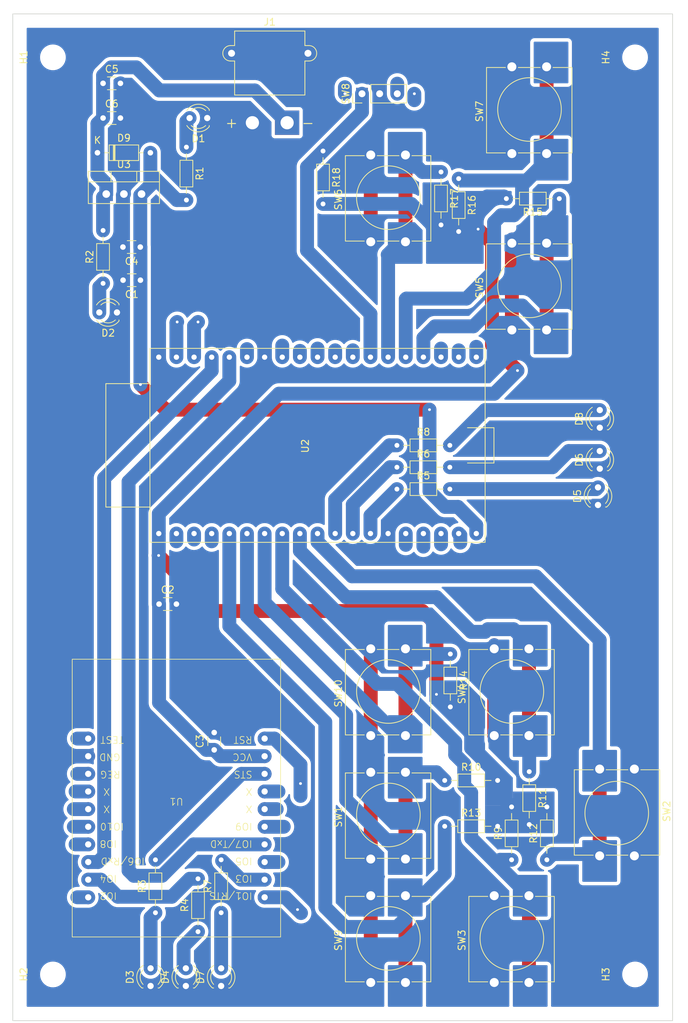
<source format=kicad_pcb>
(kicad_pcb (version 20221018) (generator pcbnew)
  (layers (0 "F.Cu" signal) (31 "B.Cu" signal) (34 "B.Paste" user) (35 "F.Paste" user) (36 "B.SilkS" user "B.Silkscreen") (37 "F.SilkS" user "F.Silkscreen") (38 "B.Mask" user) (39 "F.Mask" user) (44 "Edge.Cuts" user))
  (net 0 "")
  (net 1 "+3.3V")
  (net 2 "GND")
  (net 3 "+5V")
  (net 4 "+BATT")
  (net 5 "Net-(D1-A)")
  (net 6 "Net-(D2-A)")
  (net 7 "Net-(D3-A)")
  (net 8 "Net-(D4-A)")
  (net 9 "Net-(D5-A)")
  (net 10 "Net-(D6-A)")
  (net 11 "Net-(D7-A)")
  (net 12 "sw1")
  (net 13 "sw2")
  (net 14 "sw3")
  (net 15 "sw4")
  (net 16 "sw5")
  (net 17 "sw6")
  (net 18 "sw7")
  (net 19 "sw8")
  (net 20 "sw9")
  (net 21 "LED1")
  (net 22 "LED2")
  (net 23 "LED3")
  (net 24 "STATUS")
  (net 25 "SLEEP")
  (net 26 "XMIT")
  (net 27 "unconnected-(U2-MTCK{slash}GPIO13{slash}13-Pad15)")
  (net 28 "unconnected-(U2-SHD{slash}SD3{slash}SD_DATA_3{slash}D3-Pad17)")
  (net 29 "unconnected-(U2-SHD{slash}SD2{slash}SD_DATA_2{slash}D2-Pad16)")
  (net 30 "unconnected-(U2-SENSOR_VN{slash}VN-Pad4)")
  (net 31 "unconnected-(U2-EN-Pad2)")
  (net 32 "unconnected-(U2-SENSOR_VP{slash}VP-Pad3)")
  (net 33 "unconnected-(U2-SCS{slash}CMD{slash}CD_CMD-Pad18)")
  (net 34 "unconnected-(U2-16{slash}GPIO16-Pad27)")
  (net 35 "IM920TX")
  (net 36 "BUSY")
  (net 37 "unconnected-(U2-21{slash}GPIO21-Pad33)")
  (net 38 "unconnected-(U2-19{slash}GPIO19-Pad31)")
  (net 39 "unconnected-(U2-18{slash}GPIO18-Pad30)")
  (net 40 "IM920RX")
  (net 41 "unconnected-(U2-17{slash}GPIO17-Pad28)")
  (net 42 "unconnected-(U2-5{slash}GPIO5-Pad29)")
  (net 43 "unconnected-(U2-SD_DATA_0{slash}SDI{slash}SD1-Pad21)")
  (net 44 "unconnected-(U2-SD_SATA_1{slash}SDO{slash}SD0-Pad22)")
  (net 45 "RESET")
  (net 46 "unconnected-(U2-CD_CLK{slash}SDK{slash}SLK-Pad20)")
  (net 47 "REG")
  (net 48 "Net-(D8-A)")
  (net 49 "unconnected-(SW8-S-Pad3)")
  (net 50 "unconnected-(U1-IO2-Pad2)")
  (net 51 "unconnected-(U1-IO5-Pad5)")
  (net 52 "unconnected-(U1-IO8-Pad8)")
  (net 53 "unconnected-(U1-IO9-Pad9)")
  (net 54 "unconnected-(U1-IO10-Pad10)")
  (net 55 "unconnected-(U1-NC-Pad11)")
  (net 56 "unconnected-(U1-NC-Pad12)")
  (net 57 "unconnected-(U1-NC-Pad13)")
  (net 58 "unconnected-(U1-NC-Pad14)")
  (net 59 "unconnected-(U1-TEST-Pad20)")
  (net 60 "sw10")
  (footprint "Resistor_THT:R_Axial_DIN0204_L3.6mm_D1.6mm_P7.62mm_Horizontal" (layer "F.Cu") (at 165.57 139.1)
    (fp_text reference "R13")
    (fp_text value "10k")
  )
  (footprint "ESP32_fot:ESP32" (layer "F.Cu") (at 147.26 84.24 90)
    (fp_text reference "U2")
    (fp_text value "ESP32")
  )
  (footprint "MountingHole:MountingHole_3.2mm_M3" (layer "F.Cu") (at 109.16 160.44 90)
    (fp_text reference "H2")
    (fp_text value "MountingHole")
  )
  (footprint "Button_Switch_THT:SW_PUSH-12mm" (layer "F.Cu") (at 192.88 130.86 -90)
    (fp_text reference "SW2")
    (fp_text value "SW_DIP_x01")
  )
  (footprint "Resistor_THT:R_Axial_DIN0204_L3.6mm_D1.6mm_P7.62mm_Horizontal" (layer "F.Cu") (at 166.38 114.29 -90)
    (fp_text reference "R14")
    (fp_text value "10k")
  )
  (footprint "Resistor_THT:R_Axial_DIN0204_L3.6mm_D1.6mm_P7.62mm_Horizontal" (layer "F.Cu") (at 158.69 84.24)
    (fp_text reference "R8")
    (fp_text value "1k")
  )
  (footprint "Button_Switch_THT:SW_PUSH-12mm" (layer "F.Cu") (at 154.92 54.92 90)
    (fp_text reference "SW6")
    (fp_text value "SW_DIP_x01")
  )
  (footprint "LED_THT:LED_D3.0mm" (layer "F.Cu") (at 123.22 162.1 90)
    (fp_text reference "D3")
    (fp_text value "LED")
  )
  (footprint "Capacitor_THT:C_Disc_D3.0mm_W1.6mm_P2.50mm" (layer "F.Cu") (at 116.38 37.1)
    (fp_text reference "C6")
    (fp_text value "0.1μ")
  )
  (footprint "MountingHole:MountingHole_3.2mm_M3" (layer "F.Cu") (at 192.98 160.44 90)
    (fp_text reference "H3")
    (fp_text value "MountingHole")
  )
  (footprint "Capacitor_THT:C_Disc_D3.0mm_W1.6mm_P2.50mm" (layer "F.Cu") (at 121.759749 60.450595 180)
    (fp_text reference "C1")
    (fp_text value "0.1μ")
  )
  (footprint "Resistor_THT:R_Axial_DIN0204_L3.6mm_D1.6mm_P7.62mm_Horizontal" (layer "F.Cu") (at 116.38 60.91 90)
    (fp_text reference "R2")
    (fp_text value "R")
  )
  (footprint "Resistor_THT:R_Axial_DIN0204_L3.6mm_D1.6mm_P7.62mm_Horizontal" (layer "F.Cu") (at 158.69 87.39)
    (fp_text reference "R6")
    (fp_text value "1k")
  )
  (footprint "MountingHole:MountingHole_3.2mm_M3" (layer "F.Cu") (at 109.16 28.36 90)
    (fp_text reference "H1")
    (fp_text value "MountingHole")
  )
  (footprint "Package_TO_SOT_THT:TO-220-3_Vertical" (layer "F.Cu") (at 116.84 48.045)
    (fp_text reference "U3")
    (fp_text value "LM7805_TO220")
  )
  (footprint "Diode_THT:D_DO-35_SOD27_P7.62mm_Horizontal" (layer "F.Cu") (at 115.57 42.1)
    (fp_text reference "D9")
    (fp_text value "D")
  )
  (footprint "Button_Switch_THT:SW_PUSH-12mm" (layer "F.Cu") (at 175.24 67.62 90)
    (fp_text reference "SW5")
    (fp_text value "SW_DIP_x01")
  )
  (footprint "LED_THT:LED_D3.0mm" (layer "F.Cu") (at 133.38 162.1 90)
    (fp_text reference "D7")
    (fp_text value "LED")
  )
  (footprint "Resistor_THT:R_Axial_DIN0204_L3.6mm_D1.6mm_P7.62mm_Horizontal" (layer "F.Cu") (at 165.04 44.87 -90)
    (fp_text reference "R17")
    (fp_text value "10k")
  )
  (footprint "Resistor_THT:R_Axial_DIN0204_L3.6mm_D1.6mm_P7.62mm_Horizontal" (layer "F.Cu") (at 165.57 132.5)
    (fp_text reference "R10")
    (fp_text value "10k")
  )
  (footprint "Capacitor_THT:C_Disc_D3.0mm_W1.6mm_P2.50mm" (layer "F.Cu") (at 124.44 107.1)
    (fp_text reference "C2")
    (fp_text value "0.1μ")
  )
  (footprint "Resistor_THT:R_Axial_DIN0204_L3.6mm_D1.6mm_P7.62mm_Horizontal" (layer "F.Cu") (at 158.69 90.54)
    (fp_text reference "R5")
    (fp_text value "1k")
  )
  (footprint "Resistor_THT:R_Axial_DIN0204_L3.6mm_D1.6mm_P7.62mm_Horizontal" (layer "F.Cu") (at 130.05 154.28 90)
    (fp_text reference "R4")
    (fp_text value "R")
  )
  (footprint "LED_THT:LED_D3.0mm" (layer "F.Cu") (at 187.64 92.83 90)
    (fp_text reference "D5")
    (fp_text value "LED")
  )
  (footprint "Capacitor_THT:C_Disc_D3.0mm_W1.6mm_P2.50mm" (layer "F.Cu") (at 116.38 32.1)
    (fp_text reference "C5")
    (fp_text value "10μ")
  )
  (footprint "Button_Switch_THT:SW_PUSH-12mm" (layer "F.Cu") (at 154.92 126.04 90)
    (fp_text reference "SW10")
    (fp_text value "SW_DIP_x01")
  )
  (footprint "Resistor_THT:R_Axial_DIN0204_L3.6mm_D1.6mm_P7.62mm_Horizontal" (layer "F.Cu") (at 167.58 45.826 -90)
    (fp_text reference "R16")
    (fp_text value "10k")
  )
  (footprint "Capacitor_THT:C_Disc_D3.0mm_W1.6mm_P2.50mm" (layer "F.Cu") (at 121.74 55.68 180)
    (fp_text reference "C4")
    (fp_text value "10μ")
  )
  (footprint "Button_Switch_THT:SW_PUSH-12mm" (layer "F.Cu") (at 175.24 42.22 90)
    (fp_text reference "SW7")
    (fp_text value "SW_DIP_x01")
  )
  (footprint "LED_THT:LED_D3.0mm" (layer "F.Cu") (at 187.9 81.7 90)
    (fp_text reference "D8")
    (fp_text value "LED")
  )
  (footprint "Button_Switch_THT:SW_PUSH-12mm" (layer "F.Cu") (at 172.7 161.6 90)
    (fp_text reference "SW3")
    (fp_text value "SW_DIP_x01")
  )
  (footprint "Capacitor_THT:C_Disc_D3.0mm_W1.6mm_P2.50mm" (layer "F.Cu") (at 132.38 128.1 90)
    (fp_text reference "C3")
    (fp_text value "10μ")
  )
  (footprint "Button_Switch_THT:SW_PUSH-12mm" (layer "F.Cu") (at 172.7 126.04 90)
    (fp_text reference "SW4")
    (fp_text value "SW_DIP_x01")
  )
  (footprint "LED_THT:LED_D3.0mm" (layer "F.Cu") (at 128.3 162.1 90)
    (fp_text reference "D4")
    (fp_text value "LED")
  )
  (footprint "Resistor_THT:R_Axial_DIN0204_L3.6mm_D1.6mm_P7.62mm_Horizontal" (layer "F.Cu") (at 182.065723 48.707958 180)
    (fp_text reference "R15")
    (fp_text value "10k")
  )
  (footprint "Button_Switch_THT:SW_PUSH-12mm" (layer "F.Cu") (at 154.92 161.6 90)
    (fp_text reference "SW9")
    (fp_text value "SW_DIP_x01")
  )
  (footprint "Resistor_THT:R_Axial_DIN0204_L3.6mm_D1.6mm_P7.62mm_Horizontal" (layer "F.Cu") (at 133.38 151.55 90)
    (fp_text reference "R7")
    (fp_text value "R")
  )
  (footprint "LED_THT:LED_D3.0mm" (layer "F.Cu") (at 187.9 87.6 90)
    (fp_text reference "D6")
    (fp_text value "LED")
  )
  (footprint "Resistor_THT:R_Axial_DIN0204_L3.6mm_D1.6mm_P7.62mm_Horizontal" (layer "F.Cu") (at 128.38 41.29 -90)
    (fp_text reference "R1")
    (fp_text value "R")
  )
  (footprint "MountingHole:MountingHole_3.2mm_M3" (layer "F.Cu") (at 192.98 28.36 90)
    (fp_text reference "H4")
    (fp_text value "MountingHole")
  )
  (footprint "Resistor_THT:R_Axial_DIN0204_L3.6mm_D1.6mm_P7.62mm_Horizontal" (layer "F.Cu") (at 175.2 143.93 90)
    (fp_text reference "R9")
    (fp_text value "10k")
  )
  (footprint "interplan:IM920c-ADP_1" (layer "F.Cu") (at 126.94 135.04 180)
    (fp_text reference "U1")
    (fp_text value "IM920sL")
  )
  (footprint "LED_THT:LED_D3.0mm" (layer "F.Cu") (at 131.38 37.1 180)
    (fp_text reference "D1")
    (fp_text value "LED")
  )
  (footprint "Connector_PinHeader_2.54mm:PinHeader_1x03_P2.54mm_Vertical" (layer "F.Cu") (at 153.66 33.6 90)
    (fp_text reference "SW8")
    (fp_text value "TOGGLE")
  )
  (footprint "Resistor_THT:R_Axial_DIN0204_L3.6mm_D1.6mm_P7.62mm_Horizontal" (layer "F.Cu") (at 177.74 131.23 -90)
    (fp_text reference "R11")
    (fp_text value "10k")
  )
  (footprint "Resistor_THT:R_Axial_DIN0204_L3.6mm_D1.6mm_P7.62mm_Horizontal" (layer "F.Cu") (at 148.05 41.85 -90)
    (fp_text reference "R18")
    (fp_text value "10k")
  )
  (footprint "LED_THT:LED_D3.0mm" (layer "F.Cu") (at 118.38 65.1 180)
    (fp_text reference "D2")
    (fp_text value "LED")
  )
  (footprint "Connector_AMASS:AMASS_XT30PW-M_1x02_P2.50mm_Horizontal" (layer "F.Cu") (at 142.88 37.775)
    (fp_text reference "J1")
    (fp_text value "Conn_01x02")
  )
  (footprint "Button_Switch_THT:SW_PUSH-12mm" (layer "F.Cu") (at 154.92 143.82 90)
    (fp_text reference "SW1")
    (fp_text value "SW_DIP_x01")
  )
  (footprint "Resistor_THT:R_Axial_DIN0204_L3.6mm_D1.6mm_P7.62mm_Horizontal" (layer "F.Cu") (at 180.28 143.93 90)
    (fp_text reference "R12")
    (fp_text value "10k")
  )
  (footprint "Resistor_THT:R_Axial_DIN0204_L3.6mm_D1.6mm_P7.62mm_Horizontal" (layer "F.Cu") (at 123.92 151.55 90)
    (fp_text reference "R3")
    (fp_text value "R")
  )
  (gr_rect (start 103.38 22.1) (end 198.38 167.1) (stroke (width 0.1)) (fill none) (layer "Edge.Cuts"))
  (via (at 151.2 33.6) (size 0.8) (drill 0.4) (layers "F.Cu" "B.Cu") (net 0))
  (via (at 161.2 33.6) (size 0.8) (drill 0.4) (layers "F.Cu" "B.Cu") (net 0))
  (segment (start 161.2 33.6) (end 161.2 34.532) (width 2) (layer "B.Cu") (net 0))
  (segment (start 151.2 33.6) (end 151.2 32.66) (width 2) (layer "B.Cu") (net 0))
  (segment (start 170.38 53.1) (end 172.38 55.1) (width 2) (layer "F.Cu") (net 1))
  (segment (start 176.05 73.47) (end 172.38 69.8) (width 2) (layer "F.Cu") (net 1))
  (segment (start 164.38 110.1) (end 164.38 120.1) (width 2) (layer "F.Cu") (net 1))
  (segment (start 162.38 108.1) (end 164.38 110.1) (width 2) (layer "F.Cu") (net 1))
  (segment (start 172.38 69.8) (end 172.38 55.1) (width 2) (layer "F.Cu") (net 1))
  (segment (start 132.38 108.1) (end 162.38 108.1) (width 2) (layer "F.Cu") (net 1))
  (segment (start 124.38 100.1) (end 132.38 108.1) (width 2) (layer "F.Cu") (net 1))
  (via (at 176.05 73.47) (size 0.8) (drill 0.4) (layers "F.Cu" "B.Cu") (net 1))
  (via (at 164.38 120.1) (size 0.8) (drill 0.4) (layers "F.Cu" "B.Cu") (net 1))
  (via (at 124.38 100.1) (size 0.8) (drill 0.4) (layers "F.Cu" "B.Cu") (net 1))
  (via (at 170.38 53.1) (size 0.8) (drill 0.4) (layers "F.Cu" "B.Cu") (net 1))
  (segment (start 171.67 48.4) (end 174.102042 48.4) (width 2) (layer "B.Cu") (net 1))
  (segment (start 180.28 136.31) (end 177.74 138.85) (width 2) (layer "B.Cu") (net 1))
  (segment (start 176.05 73.47) (end 172.72 76.8) (width 2) (layer "B.Cu") (net 1))
  (segment (start 165.04 53.76) (end 167.58 56.3) (width 2) (layer "B.Cu") (net 1))
  (segment (start 168.175 51.895) (end 171.67 48.4) (width 2) (layer "B.Cu") (net 1))
  (segment (start 160.75 49.47) (end 167.58 56.3) (width 2) (layer "B.Cu") (net 1))
  (segment (start 173.19 139.1) (end 173.19 138.32) (width 2) (layer "B.Cu") (net 1))
  (segment (start 124.4 100.12) (end 124.4 107.06) (width 2) (layer "B.Cu") (net 1))
  (segment (start 139.64 129.01) (end 133.29 129.01) (width 2) (layer "B.Cu") (net 1))
  (segment (start 131.24863 128.1) (end 124.44 121.29137) (width 2) (layer "B.Cu") (net 1))
  (segment (start 124.4 107.06) (end 124.44 107.1) (width 2) (layer "B.Cu") (net 1))
  (segment (start 167.58 52.49) (end 168.175 51.895) (width 2) (layer "B.Cu") (net 1))
  (segment (start 174.102042 48.4) (end 174.41 48.707958) (width 2) (layer "B.Cu") (net 1))
  (segment (start 173.19 131.657308) (end 169.38 127.847308) (width 2) (layer "B.Cu") (net 1))
  (segment (start 169.175 51.895) (end 168.175 51.895) (width 2) (layer "B.Cu") (net 1))
  (segment (start 124.44 121.29137) (end 124.44 107.1) (width 2) (layer "B.Cu") (net 1))
  (segment (start 169.38 127.847308) (end 169.38 124.91) (width 2) (layer "B.Cu") (net 1))
  (segment (start 172.72 76.8) (end 141.69 76.8) (width 2) (layer "B.Cu") (net 1))
  (segment (start 173.19 132.5) (end 173.19 131.657308) (width 2) (layer "B.Cu") (net 1))
  (segment (start 169.38 124.91) (end 166.38 121.91) (width 2) (layer "B.Cu") (net 1))
  (segment (start 167.58 56.3) (end 167.58 52.49) (width 2) (layer "B.Cu") (net 1))
  (segment (start 141.69 76.8) (end 124.4 94.09) (width 2) (layer "B.Cu") (net 1))
  (segment (start 148.05 49.47) (end 160.75 49.47) (width 2) (layer "B.Cu") (net 1))
  (segment (start 124.38 100.1) (end 124.4 100.12) (width 2) (layer "B.Cu") (net 1))
  (segment (start 133.29 129.01) (end 132.38 128.1) (width 2) (layer "B.Cu") (net 1))
  (segment (start 173.19 132.5) (end 173.19 134.3) (width 2) (layer "B.Cu") (net 1))
  (segment (start 170.38 53.1) (end 169.175 51.895) (width 2) (layer "B.Cu") (net 1))
  (segment (start 132.38 128.1) (end 131.24863 128.1) (width 2) (layer "B.Cu") (net 1))
  (segment (start 124.4 96.94) (end 124.4 100.08) (width 2) (layer "B.Cu") (net 1))
  (segment (start 177.74 138.85) (end 175.2 136.31) (width 2) (layer "B.Cu") (net 1))
  (segment (start 173.19 134.3) (end 175.2 136.31) (width 2) (layer "B.Cu") (net 1))
  (segment (start 173.19 138.32) (end 175.2 136.31) (width 2) (layer "B.Cu") (net 1))
  (segment (start 124.4 100.08) (end 124.38 100.1) (width 2) (layer "B.Cu") (net 1))
  (segment (start 165.04 52.49) (end 165.04 53.76) (width 2) (layer "B.Cu") (net 1))
  (segment (start 124.4 94.09) (end 124.4 96.94) (width 2) (layer "B.Cu") (net 1))
  (segment (start 154.92 54.92) (end 154.92 42.42) (width 2) (layer "F.Cu") (net 2))
  (segment (start 172.7 161.6) (end 172.7 149.1) (width 2) (layer "F.Cu") (net 2))
  (segment (start 175.24 42.22) (end 175.24 29.72) (width 2) (layer "F.Cu") (net 2))
  (segment (start 175.24 67.62) (end 175.24 55.12) (width 2) (layer "F.Cu") (net 2))
  (segment (start 154.92 143.82) (end 154.92 131.32) (width 2) (layer "F.Cu") (net 2))
  (segment (start 154.92 161.6) (end 154.92 149.1) (width 2) (layer "F.Cu") (net 2))
  (segment (start 172.7 126.04) (end 172.7 113.54) (width 2) (layer "F.Cu") (net 2))
  (segment (start 192.88 143.36) (end 192.88 130.86) (width 2) (layer "F.Cu") (net 2))
  (segment (start 154.92 126.04) (end 154.92 113.54) (width 2) (layer "F.Cu") (net 2))
  (segment (start 118.88 32.1) (end 119.38 32.6) (width 2) (layer "B.Cu") (net 2))
  (segment (start 156.2 33.6) (end 156.2 32.58) (width 2) (layer "B.Cu") (net 2))
  (segment (start 145.88 27.775) (end 148.889 27.775) (width 2) (layer "B.Cu") (net 2))
  (segment (start 124.4 71.54) (end 124.4 70.044) (width 2) (layer "B.Cu") (net 2))
  (segment (start 131.329 27.775) (end 130.838 27.284) (width 2) (layer "B.Cu") (net 2))
  (segment (start 119.38 37.1) (end 119.38 48.045) (width 2) (layer "B.Cu") (net 2))
  (segment (start 157.42 98.824) (end 157.42 96.94) (width 2) (layer "B.Cu") (net 2))
  (segment (start 134.88 27.775) (end 131.329 27.775) (width 2) (layer "B.Cu") (net 2))
  (segment (start 154.92 131.32) (end 154.92 126.04) (width 2) (layer "B.Cu") (net 2))
  (segment (start 119.38 32.6) (end 119.38 37.1) (width 2) (layer "B.Cu") (net 2))
  (segment (start 119.259749 55.699749) (end 119.24 55.68) (width 2) (layer "B.Cu") (net 2))
  (segment (start 137.205 37.1) (end 137.88 37.775) (width 2) (layer "B.Cu") (net 2))
  (segment (start 148.889 27.775) (end 149.126 27.538) (width 2) (layer "B.Cu") (net 2))
  (segment (start 139.64 71.54) (end 139.64 70.63) (width 2) (layer "B.Cu") (net 2))
  (segment (start 118.88 37.1) (end 119.38 37.1) (width 2) (layer "B.Cu") (net 2))
  (segment (start 131.38 37.1) (end 137.205 37.1) (width 2) (layer "B.Cu") (net 2))
  (segment (start 119.24 55.68) (end 119.24 48.185) (width 2) (layer "B.Cu") (net 2))
  (segment (start 154.92 149.1) (end 154.92 143.82) (width 2) (layer "B.Cu") (net 2))
  (segment (start 119.259749 60.450595) (end 119.259749 55.699749) (width 2) (layer "B.Cu") (net 2))
  (segment (start 119.24 48.185) (end 119.38 48.045) (width 2) (layer "B.Cu") (net 2))
  (segment (start 163.38 79.1) (end 125.38 79.1) (width 2) (layer "F.Cu") (net 3))
  (segment (start 125.38 79.1) (end 121.759749 75.479749) (width 2) (layer "F.Cu") (net 3))
  (via (at 121.759749 75.479749) (size 0.8) (drill 0.4) (layers "F.Cu" "B.Cu") (net 3))
  (via (at 163.38 79.1) (size 0.8) (drill 0.4) (layers "F.Cu" "B.Cu") (net 3))
  (segment (start 121.74 48.225) (end 121.92 48.045) (width 2) (layer "B.Cu") (net 3))
  (segment (start 121.74 55.68) (end 121.74 48.225) (width 2) (layer "B.Cu") (net 3))
  (segment (start 123.19 42.1) (end 123.19 45.1) (width 2) (layer "B.Cu") (net 3))
  (segment (start 165.617309 93.1) (end 163.38 90.862691) (width 2) (layer "B.Cu") (net 3))
  (segment (start 121.759749 75.479749) (end 121.759749 60.450595) (width 2) (layer "B.Cu") (net 3))
  (segment (start 123.19 45.1) (end 123.19 46.775) (width 2) (layer "B.Cu") (net 3))
  (segment (start 123.19 46.775) (end 121.92 48.045) (width 2) (layer "B.Cu") (net 3))
  (segment (start 121.759749 55.699749) (end 121.74 55.68) (width 2) (layer "B.Cu") (net 3))
  (segment (start 128.38 48.91) (end 127 48.91) (width 2) (layer "B.Cu") (net 3))
  (segment (start 170.12 95.737919) (end 167.482081 93.1) (width 2) (layer "B.Cu") (net 3))
  (segment (start 121.759749 60.450595) (end 121.759749 55.699749) (width 2) (layer "B.Cu") (net 3))
  (segment (start 170.12 96.94) (end 170.12 95.737919) (width 2) (layer "B.Cu") (net 3))
  (segment (start 167.482081 93.1) (end 165.617309 93.1) (width 2) (layer "B.Cu") (net 3))
  (segment (start 163.38 90.862691) (end 163.38 79.1) (width 2) (layer "B.Cu") (net 3))
  (segment (start 127 48.91) (end 123.19 45.1) (width 2) (layer "B.Cu") (net 3))
  (segment (start 116.38 30.96863) (end 116.38 32.1) (width 2) (layer "B.Cu") (net 4))
  (segment (start 121.162 29.8) (end 117.54863 29.8) (width 2) (layer "B.Cu") (net 4))
  (segment (start 115.57 45.29) (end 115.57 42.1) (width 2) (layer "B.Cu") (net 4))
  (segment (start 115.57 42.1) (end 115.57 37.91) (width 2) (layer "B.Cu") (net 4))
  (segment (start 115.57 37.91) (end 116.38 37.1) (width 2) (layer "B.Cu") (net 4))
  (segment (start 116.84 48.045) (end 116.84 46.56) (width 2) (layer "B.Cu") (net 4))
  (segment (start 116.38 53.29) (end 116.38 48.505) (width 2) (layer "B.Cu") (net 4))
  (segment (start 117.54863 29.8) (end 116.38 30.96863) (width 2) (layer "B.Cu") (net 4))
  (segment (start 124.488 33.126) (end 121.162 29.8) (width 2) (layer "B.Cu") (net 4))
  (segment (start 116.38 32.1) (end 116.38 37.1) (width 2) (layer "B.Cu") (net 4))
  (segment (start 138.231 33.126) (end 124.488 33.126) (width 2) (layer "B.Cu") (net 4))
  (segment (start 116.38 48.505) (end 116.84 48.045) (width 2) (layer "B.Cu") (net 4))
  (segment (start 116.84 46.56) (end 115.57 45.29) (width 2) (layer "B.Cu") (net 4))
  (segment (start 142.88 37.775) (end 138.231 33.126) (width 2) (layer "B.Cu") (net 4))
  (segment (start 128.38 37.56) (end 128.84 37.1) (width 2) (layer "B.Cu") (net 5))
  (segment (start 128.38 41.29) (end 128.38 37.56) (width 2) (layer "B.Cu") (net 5))
  (segment (start 115.84 61.45) (end 115.84 65.1) (width 2) (layer "B.Cu") (net 6))
  (segment (start 116.38 60.91) (end 115.84 61.45) (width 2) (layer "B.Cu") (net 6))
  (segment (start 123.22 152.25) (end 123.92 151.55) (width 2) (layer "B.Cu") (net 7))
  (segment (start 123.22 159.56) (end 123.22 152.25) (width 2) (layer "B.Cu") (net 7))
  (segment (start 130.05 154.28) (end 127.97 156.36) (width 2) (layer "B.Cu") (net 8))
  (segment (start 127.97 159.23) (end 128.3 159.56) (width 2) (layer "B.Cu") (net 8))
  (segment (start 127.97 156.36) (end 127.97 159.23) (width 2) (layer "B.Cu") (net 8))
  (segment (start 166.31 90.54) (end 187.39 90.54) (width 2) (layer "B.Cu") (net 9))
  (segment (start 187.39 90.54) (end 187.64 90.29) (width 2) (layer "B.Cu") (net 9))
  (segment (start 183.42 85.06) (end 187.9 85.06) (width 2) (layer "B.Cu") (net 10))
  (segment (start 166.31 87.39) (end 181.09 87.39) (width 2) (layer "B.Cu") (net 10))
  (segment (start 181.09 87.39) (end 183.42 85.06) (width 2) (layer "B.Cu") (net 10))
  (segment (start 133.38 159.56) (end 133.38 151.55) (width 2) (layer "B.Cu") (net 11))
  (segment (start 159.92 143.82) (end 159.92 131.32) (width 2) (layer "F.Cu") (net 12))
  (segment (start 159.92 131.32) (end 164.39 131.32) (width 2) (layer "B.Cu") (net 12))
  (segment (start 151.38 135.28) (end 151.38 123.1) (width 2) (layer "B.Cu") (net 12))
  (segment (start 151.38 123.1) (end 137.1 108.82) (width 2) (layer "B.Cu") (net 12))
  (segment (start 137.1 108.82) (end 137.1 96.94) (width 2) (layer "B.Cu") (net 12))
  (segment (start 159.92 143.82) (end 151.38 135.28) (width 2) (layer "B.Cu") (net 12))
  (segment (start 164.39 131.32) (end 165.57 132.5) (width 2) (layer "B.Cu") (net 12))
  (segment (start 187.88 143.36) (end 187.88 130.86) (width 2) (layer "F.Cu") (net 13))
  (segment (start 180.28 143.93) (end 181.11 143.1) (width 2) (layer "B.Cu") (net 13))
  (segment (start 152.217919 103.1) (end 147.26 98.142081) (width 2) (layer "B.Cu") (net 13))
  (segment (start 187.62 143.1) (end 187.88 143.36) (width 2) (layer "B.Cu") (net 13))
  (segment (start 187.88 112.28) (end 178.7 103.1) (width 2) (layer "B.Cu") (net 13))
  (segment (start 178.7 103.1) (end 152.217919 103.1) (width 2) (layer "B.Cu") (net 13))
  (segment (start 187.88 130.86) (end 187.88 112.28) (width 2) (layer "B.Cu") (net 13))
  (segment (start 181.11 143.1) (end 187.62 143.1) (width 2) (layer "B.Cu") (net 13))
  (segment (start 147.26 98.142081) (end 147.26 96.94) (width 2) (layer "B.Cu") (net 13))
  (segment (start 177.7 161.6) (end 177.7 149.1) (width 2) (layer "F.Cu") (net 14))
  (segment (start 168.38 133.258428) (end 168.38 130.1) (width 2) (layer "B.Cu") (net 14))
  (segment (start 142.18 104.9) (end 142.18 96.94) (width 2) (layer "B.Cu") (net 14))
  (segment (start 158.712813 118.6) (end 155.88 118.6) (width 2) (layer "B.Cu") (net 14))
  (segment (start 175.2 143.93) (end 173.55 143.93) (width 2) (layer "B.Cu") (net 14))
  (segment (start 167.08 126.967187) (end 158.712813 118.6) (width 2) (layer "B.Cu") (net 14))
  (segment (start 173.04 144.44) (end 169.38 140.78) (width 2) (layer "B.Cu") (net 14))
  (segment (start 169.38 134.258428) (end 168.38 133.258428) (width 2) (layer "B.Cu") (net 14))
  (segment (start 168.38 130.1) (end 167.08 128.8) (width 2) (layer "B.Cu") (net 14))
  (segment (start 177.7 149.1) (end 173.04 144.44) (width 2) (layer "B.Cu") (net 14))
  (segment (start 155.88 118.6) (end 142.18 104.9) (width 2) (layer "B.Cu") (net 14))
  (segment (start 169.38 140.78) (end 169.38 134.258428) (width 2) (layer "B.Cu") (net 14))
  (segment (start 167.08 128.8) (end 167.08 126.967187) (width 2) (layer "B.Cu") (net 14))
  (segment (start 173.55 143.93) (end 173.04 144.44) (width 2) (layer "B.Cu") (net 14))
  (segment (start 177.7 126.04) (end 177.7 113.54) (width 2) (layer "F.Cu") (net 15))
  (segment (start 169.38 111.1) (end 164.38 106.1) (width 2) (layer "B.Cu") (net 15))
  (segment (start 151.38 106.1) (end 144.72 99.44) (width 2) (layer "B.Cu") (net 15))
  (segment (start 177.74 131.23) (end 177.74 126.08) (width 2) (layer "B.Cu") (net 15))
  (segment (start 171.394375 111.1) (end 169.38 111.1) (width 2) (layer "B.Cu") (net 15))
  (segment (start 171.778375 110.716) (end 171.394375 111.1) (width 2) (layer "B.Cu") (net 15))
  (segment (start 177.7 113.54) (end 177.7 112.941) (width 2) (layer "B.Cu") (net 15))
  (segment (start 164.38 106.1) (end 151.38 106.1) (width 2) (layer "B.Cu") (net 15))
  (segment (start 177.74 126.08) (end 177.7 126.04) (width 2) (layer "B.Cu") (net 15))
  (segment (start 144.72 99.44) (end 144.72 96.94) (width 2) (layer "B.Cu") (net 15))
  (segment (start 175.475 110.716) (end 171.778375 110.716) (width 2) (layer "B.Cu") (net 15))
  (segment (start 177.7 112.941) (end 175.475 110.716) (width 2) (layer "B.Cu") (net 15))
  (segment (start 180.24 67.62) (end 180.24 55.12) (width 2) (layer "F.Cu") (net 16))
  (segment (start 182.065723 50.734277) (end 182.065723 48.707958) (width 2) (layer "B.Cu") (net 16))
  (segment (start 162.5 71.54) (end 162.5 68.774) (width 2) (layer "B.Cu") (net 16))
  (segment (start 176.72 64.1) (end 180.24 67.62) (width 2) (layer "B.Cu") (net 16))
  (segment (start 164.174 67.1) (end 169.7 67.1) (width 2) (layer "B.Cu") (net 16))
  (segment (start 162.5 68.774) (end 164.174 67.1) (width 2) (layer "B.Cu") (net 16))
  (segment (start 180.24 55.12) (end 180.24 52.56) (width 2) (layer "B.Cu") (net 16))
  (segment (start 180.24 52.56) (end 182.065723 50.734277) (width 2) (layer "B.Cu") (net 16))
  (segment (start 172.7 64.1) (end 176.72 64.1) (width 2) (layer "B.Cu") (net 16))
  (segment (start 169.7 67.1) (end 172.7 64.1) (width 2) (layer "B.Cu") (net 16))
  (segment (start 159.92 54.92) (end 159.92 42.42) (width 2) (layer "F.Cu") (net 17))
  (segment (start 162.37 44.87) (end 159.92 42.42) (width 2) (layer "B.Cu") (net 17))
  (segment (start 159.24 54.92) (end 157.37 56.79) (width 2) (layer "B.Cu") (net 17))
  (segment (start 157.37 56.79) (end 157.42 56.84) (width 2) (layer "B.Cu") (net 17))
  (segment (start 157.42 56.84) (end 157.42 71.54) (width 2) (layer "B.Cu") (net 17))
  (segment (start 165.04 44.87) (end 162.37 44.87) (width 2) (layer "B.Cu") (net 17))
  (segment (start 159.92 54.92) (end 159.24 54.92) (width 2) (layer "B.Cu") (net 17))
  (segment (start 180.24 42.22) (end 180.24 29.72) (width 2) (layer "F.Cu") (net 18))
  (segment (start 167.58 45.826) (end 167.854 46.1) (width 2) (layer "B.Cu") (net 18))
  (segment (start 176.71 46.77) (end 177.38 46.1) (width 2) (layer "B.Cu") (net 18))
  (segment (start 168.7 63.1) (end 172.68 59.12) (width 2) (layer "B.Cu") (net 18))
  (segment (start 160.05 63.1) (end 168.7 63.1) (width 2) (layer "B.Cu") (net 18))
  (segment (start 172.68 59.12) (end 172.68 52.12) (width 2) (layer "B.Cu") (net 18))
  (segment (start 180.24 43.24) (end 180.24 42.22) (width 2) (layer "B.Cu") (net 18))
  (segment (start 159.96 63.19) (end 160.05 63.1) (width 2) (layer "B.Cu") (net 18))
  (segment (start 173.7 51.1) (end 175.54 51.1) (width 2) (layer "B.Cu") (net 18))
  (segment (start 167.854 46.1) (end 177.38 46.1) (width 2) (layer "B.Cu") (net 18))
  (segment (start 177.38 46.1) (end 180.24 43.24) (width 2) (layer "B.Cu") (net 18))
  (segment (start 172.68 52.12) (end 173.7 51.1) (width 2) (layer "B.Cu") (net 18))
  (segment (start 159.96 71.54) (end 159.96 63.19) (width 2) (layer "B.Cu") (net 18))
  (segment (start 176.71 49.93) (end 176.71 46.77) (width 2) (layer "B.Cu") (net 18))
  (segment (start 175.54 51.1) (end 176.71 49.93) (width 2) (layer "B.Cu") (net 18))
  (segment (start 154.88 71.54) (end 154.88 65.3) (width 2) (layer "B.Cu") (net 19))
  (segment (start 145.75 44.15) (end 148.05 41.85) (width 2) (layer "B.Cu") (net 19))
  (segment (start 154.88 65.3) (end 145.75 56.17) (width 2) (layer "B.Cu") (net 19))
  (segment (start 148.05 41.85) (end 153.66 36.24) (width 2) (layer "B.Cu") (net 19))
  (segment (start 145.75 56.17) (end 145.75 44.15) (width 2) (layer "B.Cu") (net 19))
  (segment (start 153.66 36.24) (end 153.66 33.6) (width 2) (layer "B.Cu") (net 19))
  (segment (start 159.92 161.6) (end 159.92 149.1) (width 2) (layer "F.Cu") (net 20))
  (segment (start 159.92 149.1) (end 162.38 149.1) (width 2) (layer "B.Cu") (net 20))
  (segment (start 134.56 110.28) (end 134.56 96.94) (width 2) (layer "B.Cu") (net 20))
  (segment (start 151.2 153.6) (end 148.38 150.78) (width 2) (layer "B.Cu") (net 20))
  (segment (start 159.92 149.1) (end 159.92 152.38) (width 2) (layer "B.Cu") (net 20))
  (segment (start 148.38 124.1) (end 134.56 110.28) (width 2) (layer "B.Cu") (net 20))
  (segment (start 159.92 152.38) (end 158.7 153.6) (width 2) (layer "B.Cu") (net 20))
  (segment (start 165.57 145.91) (end 165.57 139.1) (width 2) (layer "B.Cu") (net 20))
  (segment (start 148.38 150.78) (end 148.38 124.1) (width 2) (layer "B.Cu") (net 20))
  (segment (start 158.7 153.6) (end 151.2 153.6) (width 2) (layer "B.Cu") (net 20))
  (segment (start 162.38 149.1) (end 165.57 145.91) (width 2) (layer "B.Cu") (net 20))
  (segment (start 154.88 94.35) (end 154.88 96.94) (width 2) (layer "B.Cu") (net 21))
  (segment (start 158.69 90.54) (end 154.88 94.35) (width 2) (layer "B.Cu") (net 21))
  (segment (start 152.34 96.94) (end 152.34 92.750051) (width 2) (layer "B.Cu") (net 22))
  (segment (start 152.34 92.750051) (end 157.700051 87.39) (width 2) (layer "B.Cu") (net 22))
  (segment (start 157.700051 87.39) (end 158.69 87.39) (width 2) (layer "B.Cu") (net 22))
  (segment (start 149.8 96.94) (end 149.8 92.037359) (width 2) (layer "B.Cu") (net 23))
  (segment (start 157.597359 84.24) (end 158.69 84.24) (width 2) (layer "B.Cu") (net 23))
  (segment (start 149.8 92.037359) (end 157.597359 84.24) (width 2) (layer "B.Cu") (net 23))
  (segment (start 123.92 143.93) (end 136.3 131.55) (width 2) (layer "B.Cu") (net 24))
  (segment (start 136.3 131.55) (end 139.64 131.55) (width 2) (layer "B.Cu") (net 24))
  (segment (start 118.51 149.25) (end 126.27 149.25) (width 2) (layer "B.Cu") (net 25))
  (segment (start 116.05 146.79) (end 118.51 149.25) (width 2) (layer "B.Cu") (net 25))
  (segment (start 126.27 149.25) (end 128.86 146.66) (width 2) (layer "B.Cu") (net 25))
  (segment (start 114.24 146.79) (end 116.05 146.79) (width 2) (layer "B.Cu") (net 25))
  (segment (start 128.86 146.66) (end 130.05 146.66) (width 2) (layer "B.Cu") (net 25))
  (segment (start 136.24 146.79) (end 133.52056 144.07056) (width 2) (layer "B.Cu") (net 26))
  (segment (start 139.64 146.79) (end 136.24 146.79) (width 2) (layer "B.Cu") (net 26))
  (segment (start 159.96 98.57) (end 159.96 96.94) (width 2) (layer "B.Cu") (net 27))
  (segment (start 165.04 96.94) (end 165.04 98.492) (width 2) (layer "B.Cu") (net 28))
  (segment (start 162.5 96.94) (end 162.5 98.824) (width 2) (layer "B.Cu") (net 29))
  (segment (start 132.02 96.94) (end 132.02 98.062) (width 2) (layer "B.Cu") (net 30))
  (segment (start 126.94 96.94) (end 126.94 98.062) (width 2) (layer "B.Cu") (net 31))
  (segment (start 129.48 96.94) (end 129.48 97.808) (width 2) (layer "B.Cu") (net 32))
  (segment (start 167.82 97.18) (end 167.82 98.252) (width 2) (layer "B.Cu") (net 33))
  (segment (start 167.58 96.94) (end 167.82 97.18) (width 2) (layer "B.Cu") (net 33))
  (segment (start 152.34 71.54) (end 152.34 70.552) (width 2) (layer "B.Cu") (net 34))
  (segment (start 129.392692 141.71) (end 124.872692 146.23) (width 2) (layer "B.Cu") (net 35))
  (segment (start 120.05 145.47) (end 120.05 89.47) (width 2) (layer "B.Cu") (net 35))
  (segment (start 120.81 146.23) (end 120.05 145.47) (width 2) (layer "B.Cu") (net 35))
  (segment (start 120.05 89.47) (end 134.56 74.96) (width 2) (layer "B.Cu") (net 35))
  (segment (start 134.56 74.96) (end 134.56 71.54) (width 2) (layer "B.Cu") (net 35))
  (segment (start 124.872692 146.23) (end 120.81 146.23) (width 2) (layer "B.Cu") (net 35))
  (segment (start 139.64 141.71) (end 129.392692 141.71) (width 2) (layer "B.Cu") (net 35))
  (via (at 144.38 151.1) (size 0.8) (drill 0.4) (layers "F.Cu" "B.Cu") (net 36))
  (via (at 130.05 66.47) (size 0.8) (drill 0.4) (layers "F.Cu" "B.Cu") (net 36))
  (segment (start 129.48 67.04) (end 130.05 66.47) (width 2) (layer "B.Cu") (net 36))
  (segment (start 139.64 149.33) (end 142.61 149.33) (width 2) (layer "B.Cu") (net 36))
  (segment (start 144.38 151.1) (end 144.88 151.6) (width 2) (layer "B.Cu") (net 36))
  (segment (start 142.61 149.33) (end 144.38 151.1) (width 2) (layer "B.Cu") (net 36))
  (segment (start 129.48 71.54) (end 129.48 67.04) (width 2) (layer "B.Cu") (net 36))
  (segment (start 137.1 71.54) (end 137.1 70.376) (width 2) (layer "B.Cu") (net 37))
  (segment (start 142.18 71.54) (end 142.18 69.868) (width 2) (layer "B.Cu") (net 38))
  (segment (start 144.72 71.54) (end 144.72 70.63) (width 2) (layer "B.Cu") (net 39))
  (segment (start 116.54 88.98) (end 132.02 73.5) (width 2) (layer "B.Cu") (net 40))
  (segment (start 115.654213 144.25) (end 116.54 143.364213) (width 2) (layer "B.Cu") (net 40))
  (segment (start 116.54 143.364213) (end 116.54 88.98) (width 2) (layer "B.Cu") (net 40))
  (segment (start 132.02 73.5) (end 132.02 71.54) (width 2) (layer "B.Cu") (net 40))
  (segment (start 114.24 144.25) (end 115.654213 144.25) (width 2) (layer "B.Cu") (net 40))
  (segment (start 149.8 71.54) (end 149.8 70.552) (width 2) (layer "B.Cu") (net 41))
  (segment (start 147.26 71.54) (end 147.26 70.298) (width 2) (layer "B.Cu") (net 42))
  (segment (start 167.58 71.54) (end 167.58 70.552) (width 2) (layer "B.Cu") (net 43))
  (segment (start 165.04 71.54) (end 165.04 70.298) (width 2) (layer "B.Cu") (net 44))
  (via (at 144.808 132.948) (size 0.8) (drill 0.4) (layers "F.Cu" "B.Cu") (net 45))
  (via (at 127.05 66.47) (size 0.8) (drill 0.4) (layers "F.Cu" "B.Cu") (net 45))
  (segment (start 144.808 130.223787) (end 141.054213 126.47) (width 2) (layer "B.Cu") (net 45))
  (segment (start 126.94 71.54) (end 126.94 66.58) (width 2) (layer "B.Cu") (net 45))
  (segment (start 144.808 134.726) (end 144.808 130.223787) (width 2) (layer "B.Cu") (net 45))
  (segment (start 126.94 66.58) (end 127.05 66.47) (width 2) (layer "B.Cu") (net 45))
  (segment (start 141.054213 126.47) (end 139.64 126.47) (width 2) (layer "B.Cu") (net 45))
  (segment (start 170.12 71.54) (end 170.12 70.044) (width 2) (layer "B.Cu") (net 46))
  (segment (start 114.24 131.55) (end 112.676 131.55) (width 2) (layer "B.Cu") (net 47))
  (segment (start 171.39 79.16) (end 187.9 79.16) (width 2) (layer "B.Cu") (net 48))
  (segment (start 166.31 84.24) (end 171.39 79.16) (width 2) (layer "B.Cu") (net 48))
  (segment (start 158.74 33.6) (end 158.74 32.148) (width 2) (layer "B.Cu") (net 49))
  (segment (start 114.24 149.33) (end 112.678 149.33) (width 2) (layer "B.Cu") (net 50))
  (segment (start 139.64 144.25) (end 141.632 144.25) (width 2) (layer "B.Cu") (net 51))
  (segment (start 114.24 141.71) (end 112.424 141.71) (width 2) (layer "B.Cu") (net 52))
  (segment (start 139.64 139.17) (end 142.396 139.17) (width 2) (layer "B.Cu") (net 53))
  (segment (start 114.24 139.17) (end 112.17 139.17) (width 2) (layer "B.Cu") (net 54))
  (segment (start 139.64 136.63) (end 141.38 136.63) (width 2) (layer "B.Cu") (net 55))
  (segment (start 114.24 136.63) (end 112.168 136.63) (width 2) (layer "B.Cu") (net 56))
  (segment (start 139.64 134.09) (end 141.634 134.09) (width 2) (layer "B.Cu") (net 57))
  (segment (start 114.24 134.09) (end 112.422 134.09) (width 2) (layer "B.Cu") (net 58))
  (segment (start 114.24 126.47) (end 112.676 126.47) (width 2) (layer "B.Cu") (net 59))
  (segment (start 159.92 126.04) (end 159.92 113.54) (width 2) (layer "F.Cu") (net 60))
  (segment (start 158.8 126.04) (end 139.64 106.88) (width 2) (layer "B.Cu") (net 60))
  (segment (start 166.38 114.29) (end 160.67 114.29) (width 2) (layer "B.Cu") (net 60))
  (segment (start 139.64 106.88) (end 139.64 96.94) (width 2) (layer "B.Cu") (net 60))
  (segment (start 159.92 126.04) (end 158.8 126.04) (width 2) (layer "B.Cu") (net 60))
  (segment (start 160.67 114.29) (end 159.92 113.54) (width 2) (layer "B.Cu") (net 60))
  (zone (net 1) (net_name "+3.3V") (layer "B.Cu") (priority 1) (connect_pads yes (clearance 0.5)) (min_thickness 0.25) (fill yes (thermal_gap 0.5) (thermal_bridge_width 0.5))
    (polygon (pts (xy 171.38 140.1) (xy 171.38 134.1) (xy 181.38 134.1) (xy 181.38 140.1)))
  )
  (zone (net 60) (net_name "sw10") (layer "B.Cu") (priority 2) (connect_pads yes (clearance 0.5)) (min_thickness 0.25) (fill yes (thermal_gap 0.5) (thermal_bridge_width 0.5))
    (polygon (pts (xy 157.38 116.1) (xy 157.38 110.1) (xy 162.38 110.1) (xy 162.38 116.1)))
  )
  (zone (net 1) (net_name "+3.3V") (layer "B.Cu") (priority 1) (connect_pads yes (clearance 0.5)) (min_thickness 0.25) (fill yes (thermal_gap 0.5) (thermal_bridge_width 0.5))
    (polygon (pts (xy 162.38 58.1) (xy 162.38 45.1) (xy 175.38 45.1) (xy 175.38 58.1)))
  )
  (zone (net 14) (net_name "sw3") (layer "B.Cu") (priority 2) (connect_pads yes (clearance 0.5)) (min_thickness 0.25) (fill yes (thermal_gap 0.5) (thermal_bridge_width 0.5))
    (polygon (pts (xy 175.38 165.1) (xy 175.38 159.1) (xy 180.38 159.1) (xy 180.38 165.1)))
  )
  (zone (net 15) (net_name "sw4") (layer "B.Cu") (priority 2) (connect_pads yes (clearance 0.5)) (min_thickness 0.25) (fill yes (thermal_gap 0.5) (thermal_bridge_width 0.5))
    (polygon (pts (xy 175.38 129.1) (xy 175.38 123.1) (xy 180.38 123.1) (xy 180.38 129.1)))
  )
  (zone (net 17) (net_name "sw6") (layer "B.Cu") (priority 2) (connect_pads yes (clearance 0.5)) (min_thickness 0.25) (fill yes (thermal_gap 0.5) (thermal_bridge_width 0.5))
    (polygon (pts (xy 157.38 45.1) (xy 157.38 39.1) (xy 162.38 39.1) (xy 162.38 45.1)))
  )
  (zone (net 20) (net_name "sw9") (layer "B.Cu") (priority 2) (connect_pads yes (clearance 0.5)) (min_thickness 0.25) (fill yes (thermal_gap 0.5) (thermal_bridge_width 0.5))
    (polygon (pts (xy 157.38 165.1) (xy 157.38 159.1) (xy 162.38 159.1) (xy 162.38 165.1)))
  )
  (zone (net 16) (net_name "sw5") (layer "B.Cu") (priority 2) (connect_pads yes (clearance 0.5)) (min_thickness 0.25) (fill yes (thermal_gap 0.5) (thermal_bridge_width 0.5))
    (polygon (pts (xy 178.38 57.1) (xy 178.38 51.1) (xy 183.38 51.1) (xy 183.38 57.1)))
  )
  (zone (net 60) (net_name "sw10") (layer "B.Cu") (priority 2) (connect_pads yes (clearance 0.5)) (min_thickness 0.25) (fill yes (thermal_gap 0.5) (thermal_bridge_width 0.5))
    (polygon (pts (xy 157.38 129.1) (xy 157.38 123.1) (xy 162.38 123.1) (xy 162.38 129.1)))
  )
  (zone (net 17) (net_name "sw6") (layer "B.Cu") (priority 2) (connect_pads yes (clearance 0.5)) (min_thickness 0.25) (fill yes (thermal_gap 0.5) (thermal_bridge_width 0.5))
    (polygon (pts (xy 157.38 58.1) (xy 157.38 52.1) (xy 162.38 52.1) (xy 162.38 58.1)))
  )
  (zone (net 13) (net_name "sw2") (layer "B.Cu") (priority 2) (connect_pads yes (clearance 0.5)) (min_thickness 0.25) (fill yes (thermal_gap 0.5) (thermal_bridge_width 0.5))
    (polygon (pts (xy 185.38 147.1) (xy 185.38 141.1) (xy 190.38 141.1) (xy 190.38 147.1)))
  )
  (zone (net 18) (net_name "sw7") (layer "B.Cu") (priority 2) (connect_pads yes (clearance 0.5)) (min_thickness 0.25) (fill yes (thermal_gap 0.5) (thermal_bridge_width 0.5))
    (polygon (pts (xy 178.38 32.1) (xy 178.38 26.1) (xy 183.38 26.1) (xy 183.38 32.1)))
  )
  (zone (net 16) (net_name "sw5") (layer "B.Cu") (priority 2) (connect_pads yes (clearance 0.5)) (min_thickness 0.25) (fill yes (thermal_gap 0.5) (thermal_bridge_width 0.5))
    (polygon (pts (xy 178.38 71.1) (xy 178.38 65.1) (xy 183.38 65.1) (xy 183.38 71.1)))
  )
  (zone (net 1) (net_name "+3.3V") (layer "B.Cu") (priority 2) (connect_pads yes (clearance 0.5)) (min_thickness 0.25) (fill yes (thermal_gap 0.5) (thermal_bridge_width 0.5))
    (polygon (pts (xy 171.38 136.1) (xy 171.38 131.1) (xy 163.38 123.1) (xy 163.38 118.1) (xy 168.38 118.1) (xy 171.38 121.1) (xy 171.38 128.1) (xy 174.38 131.1) (xy 175.38 132.1) (xy 175.38 136.1)))
  )
  (zone (net 15) (net_name "sw4") (layer "B.Cu") (priority 2) (connect_pads yes (clearance 0.5)) (min_thickness 0.25) (fill yes (thermal_gap 0.5) (thermal_bridge_width 0.5))
    (polygon (pts (xy 175.38 116.1) (xy 175.38 110.1) (xy 180.38 110.1) (xy 180.38 116.1)))
  )
  (zone (net 20) (net_name "sw9") (layer "B.Cu") (priority 2) (connect_pads yes (clearance 0.5)) (min_thickness 0.25) (fill yes (thermal_gap 0.5) (thermal_bridge_width 0.5))
    (polygon (pts (xy 157.38 152.1) (xy 157.38 146.1) (xy 162.38 146.1) (xy 162.38 152.1)))
  )
  (zone (net 12) (net_name "sw1") (layer "B.Cu") (priority 2) (connect_pads yes (clearance 0.5)) (min_thickness 0.25) (fill yes (thermal_gap 0.5) (thermal_bridge_width 0.5))
    (polygon (pts (xy 157.38 146.1) (xy 157.38 140.1) (xy 162.38 140.1) (xy 162.38 146.1)))
  )
  (zone (net 18) (net_name "sw7") (layer "B.Cu") (priority 2) (connect_pads yes (clearance 0.5)) (min_thickness 0.25) (fill yes (thermal_gap 0.5) (thermal_bridge_width 0.5))
    (polygon (pts (xy 178.38 46.1) (xy 178.38 40.1) (xy 183.38 40.1) (xy 183.38 46.1)))
  )
  (zone (net 14) (net_name "sw3") (layer "B.Cu") (priority 2) (connect_pads yes (clearance 0.5)) (min_thickness 0.25) (fill yes (thermal_gap 0.5) (thermal_bridge_width 0.5))
    (polygon (pts (xy 175.38 152.1) (xy 175.38 146.1) (xy 180.38 146.1) (xy 180.38 152.1)))
  )
  (zone (net 2) (net_name "GND") (layer "B.Cu") (connect_pads yes (clearance 0.5)) (min_thickness 0.25) (fill yes (thermal_gap 0.5) (thermal_bridge_width 0.5))
    (polygon (pts (xy 198.06 167.42) (xy 200.6 164.88) (xy 200.6 20.1) (xy 101.54 20.1) (xy 101.54 167.42)))
  )
  (zone (net 13) (net_name "sw2") (layer "B.Cu") (priority 2) (connect_pads yes (clearance 0.5)) (min_thickness 0.25) (fill yes (thermal_gap 0.5) (thermal_bridge_width 0.5))
    (polygon (pts (xy 185.38 134.1) (xy 185.38 128.1) (xy 190.38 128.1) (xy 190.38 134.1)))
  )
  (zone (net 12) (net_name "sw1") (layer "B.Cu") (priority 2) (connect_pads yes (clearance 0.5)) (min_thickness 0.25) (fill yes (thermal_gap 0.5) (thermal_bridge_width 0.5))
    (polygon (pts (xy 157.38 135.1) (xy 157.38 129.1) (xy 162.38 129.1) (xy 162.38 135.1)))
  )
)
</source>
